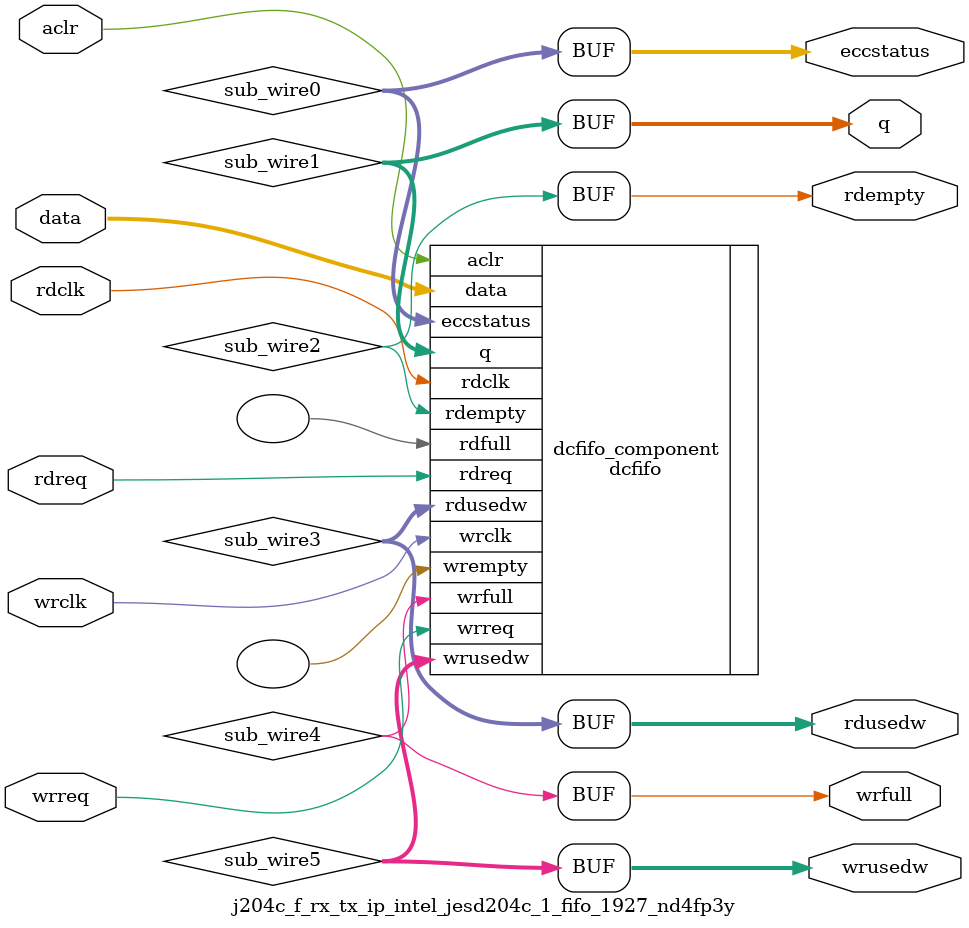
<source format=v>



`timescale 1 ps / 1 ps
// synopsys translate_on
module  j204c_f_rx_tx_ip_intel_jesd204c_1_fifo_1927_nd4fp3y  (
    aclr,
    data,
    rdclk,
    rdreq,
    wrclk,
    wrreq,
    eccstatus,
    q,
    rdempty,
    rdusedw,
    wrfull,
    wrusedw);

    input    aclr;
    input  [131:0]  data;
    input    rdclk;
    input    rdreq;
    input    wrclk;
    input    wrreq;
    output [1:0]  eccstatus;
    output [131:0]  q;
    output   rdempty;
    output [3:0]  rdusedw;
    output   wrfull;
    output [3:0]  wrusedw;
`ifndef ALTERA_RESERVED_QIS
// synopsys translate_off
`endif
    tri0     aclr;
`ifndef ALTERA_RESERVED_QIS
// synopsys translate_on
`endif

    wire [1:0] sub_wire0;
    wire [131:0] sub_wire1;
    wire  sub_wire2;
    wire [3:0] sub_wire3;
    wire  sub_wire4;
    wire [3:0] sub_wire5;
    wire [1:0] eccstatus = sub_wire0[1:0];
    wire [131:0] q = sub_wire1[131:0];
    wire  rdempty = sub_wire2;
    wire [3:0] rdusedw = sub_wire3[3:0];
    wire  wrfull = sub_wire4;
    wire [3:0] wrusedw = sub_wire5[3:0];

    dcfifo  dcfifo_component (
                .aclr (aclr),
                .data (data),
                .rdclk (rdclk),
                .rdreq (rdreq),
                .wrclk (wrclk),
                .wrreq (wrreq),
                .eccstatus (sub_wire0),
                .q (sub_wire1),
                .rdempty (sub_wire2),
                .rdusedw (sub_wire3),
                .wrfull (sub_wire4),
                .wrusedw (sub_wire5),
                .rdfull (),
                .wrempty ());
    defparam
        dcfifo_component.enable_ecc  = "TRUE",
        dcfifo_component.intended_device_family  = "Agilex 7",
        dcfifo_component.lpm_hint  = "RAM_BLOCK_TYPE=M20K,MAXIMUM_DEPTH=128,DISABLE_DCFIFO_EMBEDDED_TIMING_CONSTRAINT=TRUE",
        dcfifo_component.lpm_numwords  = 16,
        dcfifo_component.lpm_showahead  = "OFF",
        dcfifo_component.lpm_type  = "dcfifo",
        dcfifo_component.lpm_width  = 132,
        dcfifo_component.lpm_widthu  = 4,
        dcfifo_component.overflow_checking  = "ON",
        dcfifo_component.rdsync_delaypipe  = 4,
        dcfifo_component.read_aclr_synch  = "ON",
        dcfifo_component.underflow_checking  = "ON",
        dcfifo_component.use_eab  = "ON",
        dcfifo_component.write_aclr_synch  = "ON",
        dcfifo_component.wrsync_delaypipe  = 4;


endmodule



</source>
